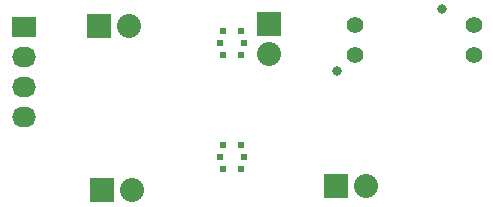
<source format=gbs>
G04 #@! TF.FileFunction,Soldermask,Bot*
%FSLAX46Y46*%
G04 Gerber Fmt 4.6, Leading zero omitted, Abs format (unit mm)*
G04 Created by KiCad (PCBNEW 0.201505220134+5676~23~ubuntu14.04.1-product) date Thu 25 Jun 2015 11:34:38 PM PDT*
%MOMM*%
G01*
G04 APERTURE LIST*
%ADD10C,0.100000*%
%ADD11C,0.609600*%
%ADD12R,2.032000X2.032000*%
%ADD13O,2.032000X2.032000*%
%ADD14C,0.800000*%
%ADD15C,1.400000*%
%ADD16R,2.032000X1.727200*%
%ADD17O,2.032000X1.727200*%
G04 APERTURE END LIST*
D10*
D11*
X148082000Y-86868000D03*
X148082000Y-88900000D03*
X149606000Y-86868000D03*
X149860000Y-87884000D03*
X147828000Y-87884000D03*
X149606000Y-88900000D03*
D12*
X151942800Y-86258400D03*
D13*
X151942800Y-88798400D03*
D12*
X157632400Y-100025200D03*
D13*
X160172400Y-100025200D03*
D14*
X166624500Y-85030000D03*
X157674500Y-90230000D03*
D15*
X159274500Y-88900000D03*
X159274500Y-86360000D03*
X169274500Y-88900000D03*
X169274500Y-86360000D03*
D12*
X137541000Y-86461600D03*
D13*
X140081000Y-86461600D03*
D16*
X131191000Y-86550500D03*
D17*
X131191000Y-89090500D03*
X131191000Y-91630500D03*
X131191000Y-94170500D03*
D12*
X137795000Y-100330000D03*
D13*
X140335000Y-100330000D03*
D11*
X148082000Y-96520000D03*
X148082000Y-98552000D03*
X149606000Y-96520000D03*
X149860000Y-97536000D03*
X147828000Y-97536000D03*
X149606000Y-98552000D03*
M02*

</source>
